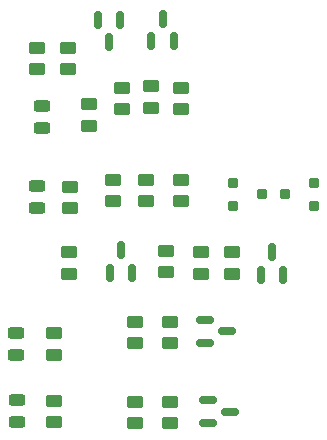
<source format=gbr>
%TF.GenerationSoftware,KiCad,Pcbnew,8.0.3*%
%TF.CreationDate,2024-06-22T23:36:34-05:00*%
%TF.ProjectId,Ematch2,456d6174-6368-4322-9e6b-696361645f70,rev?*%
%TF.SameCoordinates,Original*%
%TF.FileFunction,Paste,Top*%
%TF.FilePolarity,Positive*%
%FSLAX46Y46*%
G04 Gerber Fmt 4.6, Leading zero omitted, Abs format (unit mm)*
G04 Created by KiCad (PCBNEW 8.0.3) date 2024-06-22 23:36:34*
%MOMM*%
%LPD*%
G01*
G04 APERTURE LIST*
G04 Aperture macros list*
%AMRoundRect*
0 Rectangle with rounded corners*
0 $1 Rounding radius*
0 $2 $3 $4 $5 $6 $7 $8 $9 X,Y pos of 4 corners*
0 Add a 4 corners polygon primitive as box body*
4,1,4,$2,$3,$4,$5,$6,$7,$8,$9,$2,$3,0*
0 Add four circle primitives for the rounded corners*
1,1,$1+$1,$2,$3*
1,1,$1+$1,$4,$5*
1,1,$1+$1,$6,$7*
1,1,$1+$1,$8,$9*
0 Add four rect primitives between the rounded corners*
20,1,$1+$1,$2,$3,$4,$5,0*
20,1,$1+$1,$4,$5,$6,$7,0*
20,1,$1+$1,$6,$7,$8,$9,0*
20,1,$1+$1,$8,$9,$2,$3,0*%
G04 Aperture macros list end*
%ADD10RoundRect,0.250000X0.450000X-0.262500X0.450000X0.262500X-0.450000X0.262500X-0.450000X-0.262500X0*%
%ADD11RoundRect,0.250000X-0.450000X0.262500X-0.450000X-0.262500X0.450000X-0.262500X0.450000X0.262500X0*%
%ADD12RoundRect,0.150000X0.150000X-0.587500X0.150000X0.587500X-0.150000X0.587500X-0.150000X-0.587500X0*%
%ADD13RoundRect,0.243750X0.456250X-0.243750X0.456250X0.243750X-0.456250X0.243750X-0.456250X-0.243750X0*%
%ADD14RoundRect,0.150000X-0.587500X-0.150000X0.587500X-0.150000X0.587500X0.150000X-0.587500X0.150000X0*%
%ADD15RoundRect,0.150000X-0.150000X0.587500X-0.150000X-0.587500X0.150000X-0.587500X0.150000X0.587500X0*%
%ADD16RoundRect,0.200000X-0.250000X-0.200000X0.250000X-0.200000X0.250000X0.200000X-0.250000X0.200000X0*%
%ADD17RoundRect,0.200000X0.250000X0.200000X-0.250000X0.200000X-0.250000X-0.200000X0.250000X-0.200000X0*%
G04 APERTURE END LIST*
D10*
%TO.C,R6*%
X124600000Y-87000000D03*
X124600000Y-85175000D03*
%TD*%
D11*
%TO.C,R3*%
X125400000Y-77375000D03*
X125400000Y-79200000D03*
%TD*%
%TO.C,R7*%
X127400000Y-85175000D03*
X127400000Y-87000000D03*
%TD*%
%TO.C,R16*%
X119600000Y-98175000D03*
X119600000Y-100000000D03*
%TD*%
D10*
%TO.C,R2*%
X130400000Y-79200000D03*
X130400000Y-77375000D03*
%TD*%
%TO.C,R8*%
X132050000Y-93112500D03*
X132050000Y-91287500D03*
%TD*%
D12*
%TO.C,Q4*%
X124337500Y-93025000D03*
X126237500Y-93025000D03*
X125287500Y-91150000D03*
%TD*%
D11*
%TO.C,R13*%
X119600000Y-103887500D03*
X119600000Y-105712500D03*
%TD*%
D13*
%TO.C,LED1*%
X118600000Y-80825000D03*
X118600000Y-78950000D03*
%TD*%
D10*
%TO.C,R15*%
X129400000Y-105800000D03*
X129400000Y-103975000D03*
%TD*%
D14*
%TO.C,Q5*%
X132662500Y-103850000D03*
X132662500Y-105750000D03*
X134537500Y-104800000D03*
%TD*%
%TO.C,Q6*%
X132400000Y-97050000D03*
X132400000Y-98950000D03*
X134275000Y-98000000D03*
%TD*%
D10*
%TO.C,R9*%
X134700000Y-93125000D03*
X134700000Y-91300000D03*
%TD*%
D11*
%TO.C,R11*%
X120887500Y-91287500D03*
X120887500Y-93112500D03*
%TD*%
%TO.C,R1*%
X118200000Y-73975000D03*
X118200000Y-75800000D03*
%TD*%
D10*
%TO.C,C1*%
X120800000Y-75800000D03*
X120800000Y-73975000D03*
%TD*%
%TO.C,R18*%
X129400000Y-99000000D03*
X129400000Y-97175000D03*
%TD*%
D13*
%TO.C,LED2*%
X118200000Y-87537500D03*
X118200000Y-85662500D03*
%TD*%
%TO.C,LED4*%
X116400000Y-99975000D03*
X116400000Y-98100000D03*
%TD*%
D10*
%TO.C,R14*%
X126450000Y-105800000D03*
X126450000Y-103975000D03*
%TD*%
D15*
%TO.C,Q1*%
X125200000Y-71612500D03*
X123300000Y-71612500D03*
X124250000Y-73487500D03*
%TD*%
D13*
%TO.C,LED3*%
X116487500Y-105687500D03*
X116487500Y-103812500D03*
%TD*%
D12*
%TO.C,Q2*%
X127850000Y-73425000D03*
X129750000Y-73425000D03*
X128800000Y-71550000D03*
%TD*%
%TO.C,D1*%
X137100000Y-93200000D03*
X139000000Y-93200000D03*
X138050000Y-91325000D03*
%TD*%
D11*
%TO.C,R4*%
X127800000Y-77262500D03*
X127800000Y-79087500D03*
%TD*%
D10*
%TO.C,R5*%
X122600000Y-80600000D03*
X122600000Y-78775000D03*
%TD*%
D11*
%TO.C,R12*%
X121000000Y-85775000D03*
X121000000Y-87600000D03*
%TD*%
D10*
%TO.C,C2*%
X130400000Y-87000000D03*
X130400000Y-85175000D03*
%TD*%
%TO.C,R17*%
X126450000Y-99000000D03*
X126450000Y-97175000D03*
%TD*%
D11*
%TO.C,R10*%
X129087500Y-91175000D03*
X129087500Y-93000000D03*
%TD*%
D16*
%TO.C,Q3*%
X134800000Y-85450000D03*
X134800000Y-87350000D03*
X137200000Y-86400000D03*
%TD*%
D17*
%TO.C,Q7*%
X141600000Y-87350000D03*
X141600000Y-85450000D03*
X139200000Y-86400000D03*
%TD*%
M02*

</source>
